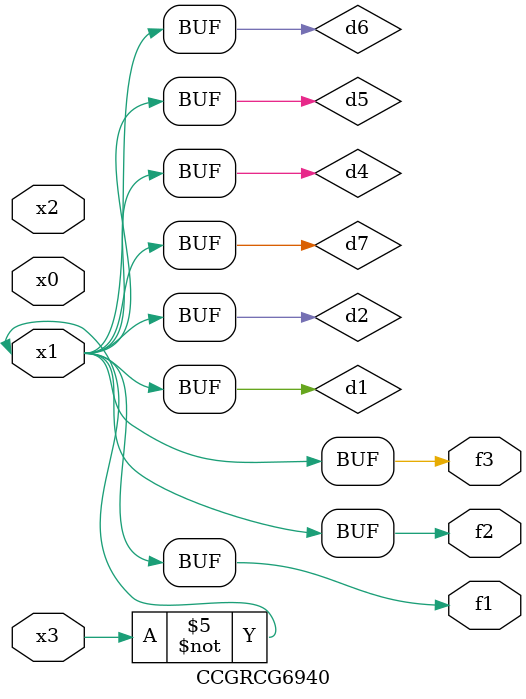
<source format=v>
module CCGRCG6940(
	input x0, x1, x2, x3,
	output f1, f2, f3
);

	wire d1, d2, d3, d4, d5, d6, d7;

	not (d1, x3);
	buf (d2, x1);
	xnor (d3, d1, d2);
	nor (d4, d1);
	buf (d5, d1, d2);
	buf (d6, d4, d5);
	nand (d7, d4);
	assign f1 = d6;
	assign f2 = d7;
	assign f3 = d6;
endmodule

</source>
